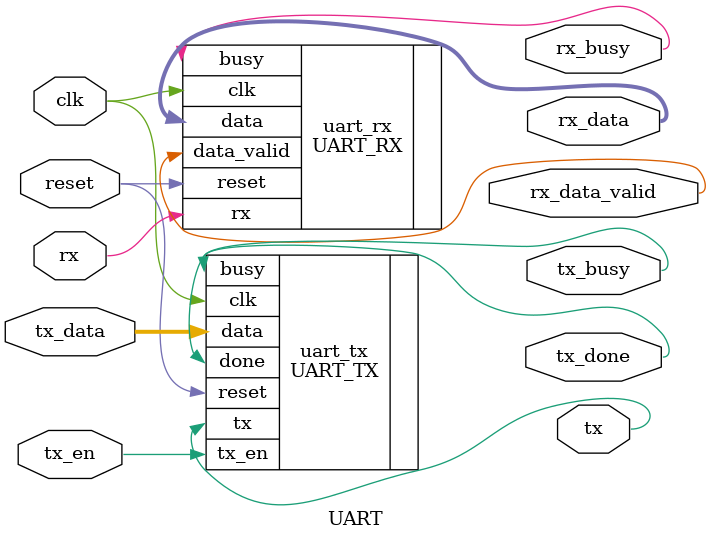
<source format=v>
module UART #(
    parameter WIDTH = 8
)(
    // Clock and Reset
    input clk,
    input reset,
    
    // UART Interface
    input rx,                    // Serial receive input
    output tx,                   // Serial transmit output
    
    // Transmit Interface
    input [WIDTH-1:0] tx_data,   // Data to transmit
    input tx_en,                 // Transmit enable
    output tx_busy,              // Transmit busy signal
    output tx_done,              // Transmit done signal
    
    // Receive Interface
    output [WIDTH-1:0] rx_data,  // Received data
    output rx_data_valid,        // Received data valid
    output rx_busy               // Receive busy signal
);

// UART TX Module Instantiation
UART_TX uart_tx (
    .clk(clk),
    .reset(reset),
    .data(tx_data),
    .tx_en(tx_en),
    .tx(tx),
    .busy(tx_busy),
    .done(tx_done)
);

// UART RX Module Instantiation
UART_RX #(.WIDTH(WIDTH)) uart_rx (
    .clk(clk),
    .reset(reset),
    .rx(rx),
    .data(rx_data),
    .data_valid(rx_data_valid),
    .busy(rx_busy)
);

endmodule

</source>
